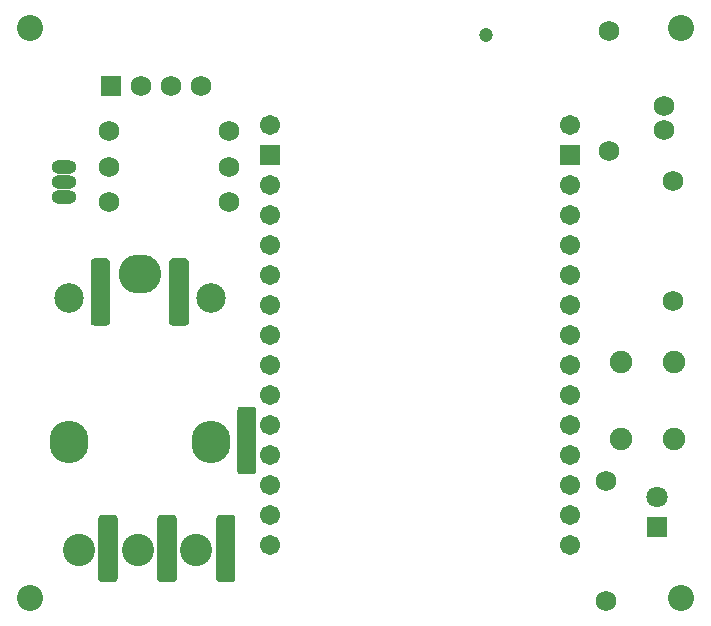
<source format=gbs>
%FSTAX23Y23*%
%MOIN*%
%SFA1B1*%

%IPPOS*%
%ADD15C,0.086740*%
%ADD16O,0.083000X0.046000*%
%ADD17C,0.074930*%
%ADD18C,0.068000*%
%ADD19C,0.067060*%
%ADD20R,0.067060X0.067060*%
%ADD21R,0.070990X0.070990*%
%ADD22C,0.070990*%
%ADD23O,0.129920X0.141730*%
%ADD24C,0.098550*%
%ADD25O,0.141730X0.129920*%
%ADD26R,0.068000X0.068000*%
%ADD27C,0.107610*%
%ADD28C,0.047370*%
%LNboard-1*%
%LPD*%
G36*
X00332Y00326D02*
X00332Y00326D01*
X00336Y00325*
X00336Y00325*
X00337Y00324*
X00337Y00324*
X00339Y00322*
X0034Y00321*
X0034Y00321*
X0034Y00321*
X00341Y00317*
X00341Y00317*
X00342Y00316*
Y00315*
Y00115*
Y00113*
X00341Y00112*
X00341Y00112*
X0034Y00108*
X0034Y00108*
X00339Y00107*
X00339Y00107*
X00337Y00105*
X00336Y00104*
X00336Y00104*
X00336Y00104*
X00332Y00103*
X00332Y00103*
X00331Y00102*
X00288*
X00287Y00103*
X00287Y00103*
X00283Y00104*
X00283Y00104*
X00282Y00105*
X0028Y00107*
X00279Y00108*
X00279Y00108*
X00279Y00108*
X00278Y00112*
X00278Y00112*
X00277Y00113*
Y00115*
Y00315*
Y00316*
X00278Y00317*
X00278Y00317*
X00279Y00321*
X00279Y00321*
X0028Y00322*
X00282Y00324*
X00283Y00325*
X00283Y00325*
X00283Y00325*
X00287Y00326*
X00287Y00326*
X00288Y00327*
X00331*
X00332Y00326*
G37*
G36*
X0053D02*
X0053Y00326D01*
X00534Y00325*
X00534Y00325*
X00534Y00324*
X00534Y00324*
X00537Y00322*
X00537Y00321*
X00537Y00321*
X00538Y00321*
X00539Y00317*
X00539Y00317*
X00539Y00316*
Y00315*
Y00115*
Y00113*
X00539Y00112*
X00539Y00112*
X00538Y00108*
X00537Y00108*
X00537Y00107*
X00537Y00107*
X00534Y00105*
X00534Y00104*
X00534Y00104*
X00534Y00104*
X0053Y00103*
X0053Y00103*
X00529Y00102*
X00485*
X00485Y00103*
X00485Y00103*
X00481Y00104*
X00481Y00104*
X0048Y00105*
X00477Y00107*
X00477Y00108*
X00477Y00108*
X00477Y00108*
X00475Y00112*
X00475Y00112*
X00475Y00113*
Y00115*
Y00315*
Y00316*
X00475Y00317*
X00475Y00317*
X00477Y00321*
X00477Y00321*
X00477Y00322*
X0048Y00324*
X0048Y00325*
X00481Y00325*
X00481Y00325*
X00485Y00326*
X00485Y00326*
X00485Y00327*
X00529*
X0053Y00326*
G37*
G36*
X00726D02*
X00726Y00326D01*
X0073Y00325*
X0073Y00325*
X0073Y00324*
X0073Y00324*
X00733Y00322*
X00733Y00321*
X00733Y00321*
X00734Y00321*
X00735Y00317*
X00735Y00317*
X00735Y00316*
Y00315*
Y00115*
Y00113*
X00735Y00112*
X00735Y00112*
X00734Y00108*
X00733Y00108*
X00733Y00107*
X00733Y00107*
X0073Y00105*
X0073Y00104*
X0073Y00104*
X0073Y00104*
X00726Y00103*
X00726Y00103*
X00725Y00102*
X00681*
X00681Y00103*
X0068Y00103*
X00677Y00104*
X00676Y00104*
X00676Y00105*
X00673Y00107*
X00673Y00108*
X00673Y00108*
X00673Y00108*
X00671Y00112*
X00671Y00112*
X00671Y00113*
Y00115*
Y00315*
Y00316*
X00671Y00317*
X00671Y00317*
X00673Y00321*
X00673Y00321*
X00673Y00322*
X00676Y00324*
X00676Y00325*
X00676Y00325*
X00677Y00325*
X0068Y00326*
X00681Y00326*
X00681Y00327*
X00725*
X00726Y00326*
G37*
G36*
X0057Y01181D02*
X0057Y01181D01*
X00574Y0118*
X00574Y0118*
X00574Y01179*
X00574Y01179*
X00577Y01177*
X00577Y01176*
X00577Y01176*
X00578Y01176*
X00579Y01172*
X00579Y01172*
X00579Y01171*
Y0117*
Y0097*
Y00968*
X00579Y00967*
X00579Y00967*
X00578Y00963*
X00577Y00963*
X00577Y00962*
X00577Y00962*
X00574Y0096*
X00574Y00959*
X00574Y00959*
X00574Y00959*
X0057Y00958*
X0057Y00958*
X00569Y00957*
X00525*
X00525Y00958*
X00525Y00958*
X00521Y00959*
X00521Y00959*
X0052Y0096*
X00517Y00962*
X00517Y00963*
X00517Y00963*
X00517Y00963*
X00515Y00967*
X00515Y00967*
X00515Y00968*
Y0097*
Y0117*
Y01171*
X00515Y01172*
X00515Y01172*
X00517Y01176*
X00517Y01176*
X00517Y01177*
X0052Y01179*
X0052Y0118*
X00521Y0118*
X00521Y0118*
X00525Y01181*
X00525Y01181*
X00525Y01182*
X00569*
X0057Y01181*
G37*
G36*
X00306D02*
X00307Y01181D01*
X00311Y0118*
X00311Y0118*
X00311Y0118*
X00311Y01179*
X00314Y01177*
X00314Y01177*
X00314Y01176*
X00314Y01176*
X00316Y01172*
X00316Y01172*
X00316Y01171*
Y0117*
Y0097*
Y00968*
X00316Y00967*
X00316Y00967*
X00314Y00963*
X00314Y00963*
X00314Y00963*
X00314Y00962*
X00311Y0096*
X00311Y00959*
X00311Y00959*
X00307Y00958*
X00306Y00958*
X00306Y00957*
X00262*
X00262Y00958*
X00261Y00958*
X00258Y00959*
X00257Y00959*
X00257Y00959*
X00257Y0096*
X00254Y00962*
X00254Y00963*
X00254Y00963*
X00252Y00967*
X00252Y00967*
X00252Y00968*
Y0097*
Y0117*
Y01171*
X00252Y01172*
X00252Y01172*
X00254Y01176*
X00254Y01176*
X00254Y01176*
X00254Y01177*
X00257Y01179*
X00257Y01179*
X00257Y0118*
X00258Y0118*
X00261Y01181*
X00262Y01181*
X00262Y01182*
X00306*
X00306Y01181*
G37*
G36*
X00795Y00686D02*
X00795Y00686D01*
X00799Y00685*
X00799Y00685*
X00799Y00684*
X00799Y00684*
X00802Y00682*
X00802Y00681*
X00802Y00681*
X00803Y00681*
X00804Y00677*
X00804Y00677*
X00804Y00676*
Y00675*
Y00475*
Y00473*
X00804Y00472*
X00804Y00472*
X00803Y00468*
X00802Y00468*
X00802Y00467*
X00802Y00467*
X00799Y00465*
X00799Y00464*
X00799Y00464*
X00799Y00464*
X00795Y00463*
X00795Y00463*
X00794Y00462*
X0075*
X0075Y00463*
X0075Y00463*
X00746Y00464*
X00746Y00464*
X00745Y00465*
X00742Y00467*
X00742Y00468*
X00742Y00468*
X00742Y00468*
X0074Y00472*
X0074Y00472*
X0074Y00473*
Y00475*
Y00675*
Y00676*
X0074Y00677*
X0074Y00677*
X00742Y00681*
X00742Y00681*
X00742Y00682*
X00745Y00684*
X00745Y00685*
X00746Y00685*
X00746Y00685*
X0075Y00686*
X0075Y00686*
X0075Y00687*
X00794*
X00795Y00686*
G37*
G54D15*
X0005Y0195D03*
X0222D03*
Y0005D03*
X0005D03*
G54D16*
X00165Y01485D03*
Y01435D03*
Y01385D03*
G54D17*
X0202Y00835D03*
Y00579D03*
X02197D03*
Y00835D03*
G54D18*
X02195Y0104D03*
Y0144D03*
X00715Y01485D03*
X00315D03*
X00715Y01605D03*
X00315D03*
X0198Y0154D03*
Y0194D03*
X0197Y0044D03*
Y0004D03*
X02165Y0161D03*
Y01688D03*
X00715Y0137D03*
X00315D03*
X0062Y01755D03*
X0052D03*
X0042D03*
G54D19*
X0085Y00225D03*
Y00325D03*
Y00425D03*
Y00525D03*
Y00625D03*
Y00725D03*
Y00825D03*
Y00925D03*
Y01025D03*
Y01125D03*
Y01225D03*
Y01325D03*
Y01425D03*
X0185Y00325D03*
Y00425D03*
Y00525D03*
Y00625D03*
Y00725D03*
Y00825D03*
Y00925D03*
Y01025D03*
Y01125D03*
Y01225D03*
Y01325D03*
Y01425D03*
X0085Y01625D03*
X0185D03*
Y00225D03*
G54D20*
X0085Y01525D03*
X0185D03*
G54D21*
X0214Y00285D03*
G54D22*
X0214Y00385D03*
G54D23*
X00652Y00569D03*
X0018D03*
G54D24*
X0018Y0105D03*
X00652D03*
G54D25*
X00416Y01128D03*
G54D26*
X0032Y01755D03*
G54D27*
X0041Y0021D03*
X00212D03*
X00605D03*
G54D28*
X0157Y01925D03*
M02*
</source>
